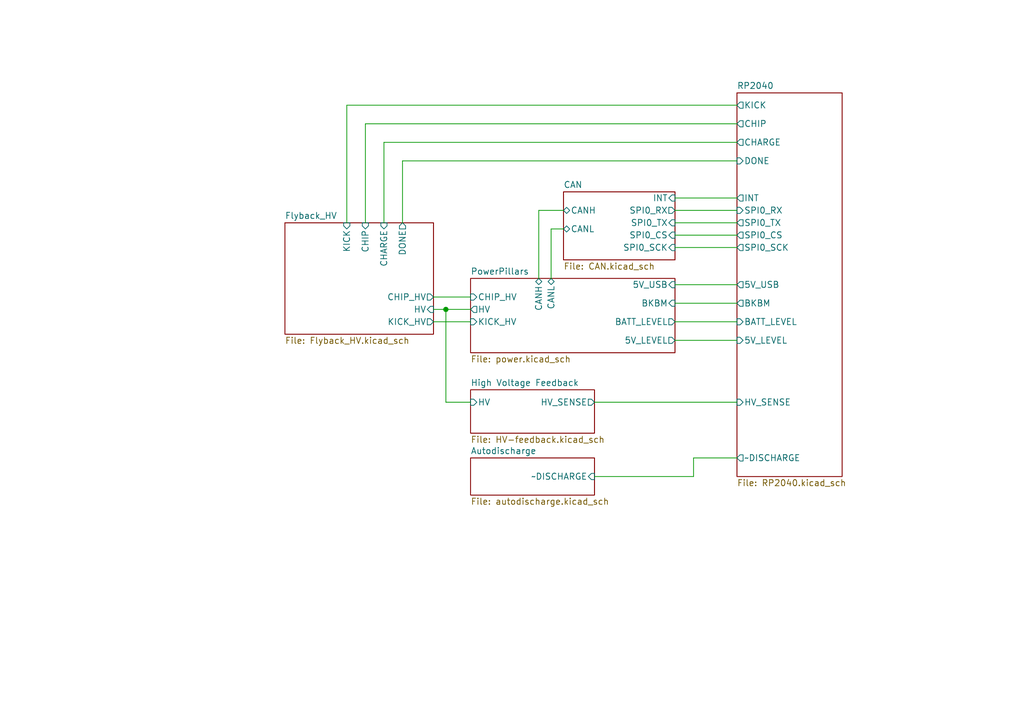
<source format=kicad_sch>
(kicad_sch
	(version 20250114)
	(generator "eeschema")
	(generator_version "9.0")
	(uuid "1a9ce3e8-a091-496c-9c5f-e7b2eb60e275")
	(paper "A5")
	(lib_symbols)
	(junction
		(at 91.44 63.5)
		(diameter 0)
		(color 0 0 0 0)
		(uuid "f09e4d7c-a99f-455c-94ef-fa03abbe67db")
	)
	(wire
		(pts
			(xy 138.43 40.64) (xy 151.13 40.64)
		)
		(stroke
			(width 0)
			(type default)
		)
		(uuid "026a5d5b-083b-46d8-ada8-e90ed7db5779")
	)
	(wire
		(pts
			(xy 151.13 25.4) (xy 74.93 25.4)
		)
		(stroke
			(width 0)
			(type default)
		)
		(uuid "27ec5bec-65d4-4062-8769-81b704633970")
	)
	(wire
		(pts
			(xy 88.9 63.5) (xy 91.44 63.5)
		)
		(stroke
			(width 0)
			(type default)
		)
		(uuid "290e7dcb-4596-4fdb-9bcb-764734e60ab2")
	)
	(wire
		(pts
			(xy 142.24 93.98) (xy 151.13 93.98)
		)
		(stroke
			(width 0)
			(type default)
		)
		(uuid "45317359-0563-4a63-9fd8-425797b636e2")
	)
	(wire
		(pts
			(xy 138.43 66.04) (xy 151.13 66.04)
		)
		(stroke
			(width 0)
			(type default)
		)
		(uuid "54db6831-5d0e-4ce7-b134-3072e8ac094b")
	)
	(wire
		(pts
			(xy 138.43 50.8) (xy 151.13 50.8)
		)
		(stroke
			(width 0)
			(type default)
		)
		(uuid "6879ad0e-c068-4e66-b20e-73d92815bcdb")
	)
	(wire
		(pts
			(xy 115.57 46.99) (xy 113.03 46.99)
		)
		(stroke
			(width 0)
			(type default)
		)
		(uuid "6db4662f-1129-4d80-9063-0e1cebb6d421")
	)
	(wire
		(pts
			(xy 138.43 58.42) (xy 151.13 58.42)
		)
		(stroke
			(width 0)
			(type default)
		)
		(uuid "6f913fff-18da-4f15-a125-84ff0ada0007")
	)
	(wire
		(pts
			(xy 138.43 48.26) (xy 151.13 48.26)
		)
		(stroke
			(width 0)
			(type default)
		)
		(uuid "718d5a46-5448-47f5-8e5b-4fb36b504793")
	)
	(wire
		(pts
			(xy 110.49 43.18) (xy 110.49 57.15)
		)
		(stroke
			(width 0)
			(type default)
		)
		(uuid "7ad707a3-3f72-4c27-bb36-0c6d7037e3e4")
	)
	(wire
		(pts
			(xy 138.43 43.18) (xy 151.13 43.18)
		)
		(stroke
			(width 0)
			(type default)
		)
		(uuid "7bdea8e1-9c5c-4160-8dbc-66ccc0b3dfa9")
	)
	(wire
		(pts
			(xy 78.74 29.21) (xy 151.13 29.21)
		)
		(stroke
			(width 0)
			(type default)
		)
		(uuid "7cc66372-f8ad-445e-8781-c6bb80128f75")
	)
	(wire
		(pts
			(xy 138.43 69.85) (xy 151.13 69.85)
		)
		(stroke
			(width 0)
			(type default)
		)
		(uuid "8129f53b-fde7-40d2-9181-e111814b6850")
	)
	(wire
		(pts
			(xy 142.24 97.79) (xy 142.24 93.98)
		)
		(stroke
			(width 0)
			(type default)
		)
		(uuid "86f45da5-efde-4dcc-b4b4-bdc7ef6ec5b1")
	)
	(wire
		(pts
			(xy 115.57 43.18) (xy 110.49 43.18)
		)
		(stroke
			(width 0)
			(type default)
		)
		(uuid "8e2620aa-cadc-4304-a684-771e63bb7a62")
	)
	(wire
		(pts
			(xy 78.74 45.72) (xy 78.74 29.21)
		)
		(stroke
			(width 0)
			(type default)
		)
		(uuid "916a733c-6622-4612-a5bf-40797533c56a")
	)
	(wire
		(pts
			(xy 151.13 33.02) (xy 82.55 33.02)
		)
		(stroke
			(width 0)
			(type default)
		)
		(uuid "91e0b248-8645-4ad4-9174-0a5702ca29f3")
	)
	(wire
		(pts
			(xy 113.03 46.99) (xy 113.03 57.15)
		)
		(stroke
			(width 0)
			(type default)
		)
		(uuid "94e81716-867e-46fe-8ee0-6a97ac2f1a36")
	)
	(wire
		(pts
			(xy 138.43 62.23) (xy 151.13 62.23)
		)
		(stroke
			(width 0)
			(type default)
		)
		(uuid "95924a3e-8fc6-4693-838d-9e8077d3a902")
	)
	(wire
		(pts
			(xy 91.44 82.55) (xy 91.44 63.5)
		)
		(stroke
			(width 0)
			(type default)
		)
		(uuid "963143dc-2b2d-4d45-b7d9-c60dabd10931")
	)
	(wire
		(pts
			(xy 151.13 21.59) (xy 71.12 21.59)
		)
		(stroke
			(width 0)
			(type default)
		)
		(uuid "a0bdc8ae-84b5-4fd3-992b-a7c3caabf6c1")
	)
	(wire
		(pts
			(xy 138.43 45.72) (xy 151.13 45.72)
		)
		(stroke
			(width 0)
			(type default)
		)
		(uuid "aac7e58e-ac86-4017-a69b-f02cde63ffe9")
	)
	(wire
		(pts
			(xy 88.9 60.96) (xy 96.52 60.96)
		)
		(stroke
			(width 0)
			(type default)
		)
		(uuid "ae7d40e1-7c9b-4a14-be40-49c81c3052d7")
	)
	(wire
		(pts
			(xy 88.9 66.04) (xy 96.52 66.04)
		)
		(stroke
			(width 0)
			(type default)
		)
		(uuid "b50cc0d3-42f0-49a0-8fca-bab3ad045d79")
	)
	(wire
		(pts
			(xy 121.92 97.79) (xy 142.24 97.79)
		)
		(stroke
			(width 0)
			(type default)
		)
		(uuid "bb0e69ec-4e98-413c-bf6a-186b5de249f0")
	)
	(wire
		(pts
			(xy 82.55 33.02) (xy 82.55 45.72)
		)
		(stroke
			(width 0)
			(type default)
		)
		(uuid "ccaf7735-3ccc-4557-b6fd-541d28571a4c")
	)
	(wire
		(pts
			(xy 96.52 82.55) (xy 91.44 82.55)
		)
		(stroke
			(width 0)
			(type default)
		)
		(uuid "d873ac57-55bf-4a5e-a363-4f3ebc739a81")
	)
	(wire
		(pts
			(xy 71.12 21.59) (xy 71.12 45.72)
		)
		(stroke
			(width 0)
			(type default)
		)
		(uuid "df3f1154-bef5-4699-bcf4-fbd1873e1817")
	)
	(wire
		(pts
			(xy 74.93 25.4) (xy 74.93 45.72)
		)
		(stroke
			(width 0)
			(type default)
		)
		(uuid "e7f3169e-1c6e-4947-9c3d-121e532e37fa")
	)
	(wire
		(pts
			(xy 91.44 63.5) (xy 96.52 63.5)
		)
		(stroke
			(width 0)
			(type default)
		)
		(uuid "e909181a-0aad-4c07-a94d-32d82e13c2b6")
	)
	(wire
		(pts
			(xy 121.92 82.55) (xy 151.13 82.55)
		)
		(stroke
			(width 0)
			(type default)
		)
		(uuid "f9a77994-9eb0-459c-be3f-3ac1c121ec16")
	)
	(sheet
		(at 115.57 39.37)
		(size 22.86 13.97)
		(exclude_from_sim no)
		(in_bom yes)
		(on_board yes)
		(dnp no)
		(fields_autoplaced yes)
		(stroke
			(width 0.1524)
			(type solid)
		)
		(fill
			(color 0 0 0 0.0000)
		)
		(uuid "1021984a-8e05-406d-9dd0-ca39eed7d7ab")
		(property "Sheetname" "CAN"
			(at 115.57 38.6584 0)
			(effects
				(font
					(size 1.27 1.27)
				)
				(justify left bottom)
			)
		)
		(property "Sheetfile" "CAN.kicad_sch"
			(at 115.57 53.9246 0)
			(effects
				(font
					(size 1.27 1.27)
				)
				(justify left top)
			)
		)
		(pin "INT" input
			(at 138.43 40.64 0)
			(uuid "d59c4bca-e86f-41ce-8970-61fa57e0e45f")
			(effects
				(font
					(size 1.27 1.27)
				)
				(justify right)
			)
		)
		(pin "SPI0_TX" input
			(at 138.43 45.72 0)
			(uuid "0b18c664-49c7-4f30-807f-5abc86a4340e")
			(effects
				(font
					(size 1.27 1.27)
				)
				(justify right)
			)
		)
		(pin "SPI0_SCK" input
			(at 138.43 50.8 0)
			(uuid "68495897-8193-4989-81bd-416b8315cfda")
			(effects
				(font
					(size 1.27 1.27)
				)
				(justify right)
			)
		)
		(pin "SPI0_RX" output
			(at 138.43 43.18 0)
			(uuid "cad31757-01e0-41ed-9962-1fab96f5b09f")
			(effects
				(font
					(size 1.27 1.27)
				)
				(justify right)
			)
		)
		(pin "SPI0_CS" input
			(at 138.43 48.26 0)
			(uuid "9431a669-277d-45f2-8838-956d36088a73")
			(effects
				(font
					(size 1.27 1.27)
				)
				(justify right)
			)
		)
		(pin "CANH" bidirectional
			(at 115.57 43.18 180)
			(uuid "6a758d82-80a2-40f9-9d26-9bf8347301cb")
			(effects
				(font
					(size 1.27 1.27)
				)
				(justify left)
			)
		)
		(pin "CANL" bidirectional
			(at 115.57 46.99 180)
			(uuid "690cb958-0726-4090-9830-a4cf1d7c01b4")
			(effects
				(font
					(size 1.27 1.27)
				)
				(justify left)
			)
		)
		(instances
			(project "chicker"
				(path "/1a9ce3e8-a091-496c-9c5f-e7b2eb60e275"
					(page "3")
				)
			)
		)
	)
	(sheet
		(at 96.52 57.15)
		(size 41.91 15.24)
		(exclude_from_sim no)
		(in_bom yes)
		(on_board yes)
		(dnp no)
		(fields_autoplaced yes)
		(stroke
			(width 0.1524)
			(type solid)
		)
		(fill
			(color 0 0 0 0.0000)
		)
		(uuid "13b16574-f046-4bb6-b573-f06681d59f31")
		(property "Sheetname" "PowerPillars"
			(at 96.52 56.4384 0)
			(effects
				(font
					(size 1.27 1.27)
				)
				(justify left bottom)
			)
		)
		(property "Sheetfile" "power.kicad_sch"
			(at 96.52 72.9746 0)
			(effects
				(font
					(size 1.27 1.27)
				)
				(justify left top)
			)
		)
		(pin "KICK_HV" input
			(at 96.52 66.04 180)
			(uuid "f3956049-dadd-42b3-84cc-22fba1d85403")
			(effects
				(font
					(size 1.27 1.27)
				)
				(justify left)
			)
		)
		(pin "BKBM" input
			(at 138.43 62.23 0)
			(uuid "bb80f30f-4507-4cc5-b63c-08fb0658c34a")
			(effects
				(font
					(size 1.27 1.27)
				)
				(justify right)
			)
		)
		(pin "HV" output
			(at 96.52 63.5 180)
			(uuid "6e6cdaf4-910c-4153-b683-b2cb37555c3d")
			(effects
				(font
					(size 1.27 1.27)
				)
				(justify left)
			)
		)
		(pin "CHIP_HV" input
			(at 96.52 60.96 180)
			(uuid "dba2fe42-15d2-40a7-bd98-72159c4aee13")
			(effects
				(font
					(size 1.27 1.27)
				)
				(justify left)
			)
		)
		(pin "5V_USB" input
			(at 138.43 58.42 0)
			(uuid "c7c3a9f3-5e43-468c-9d5e-c50cbf0846b4")
			(effects
				(font
					(size 1.27 1.27)
				)
				(justify right)
			)
		)
		(pin "BATT_LEVEL" output
			(at 138.43 66.04 0)
			(uuid "4125f47e-5504-4c79-b7ab-553573d43dba")
			(effects
				(font
					(size 1.27 1.27)
				)
				(justify right)
			)
		)
		(pin "5V_LEVEL" output
			(at 138.43 69.85 0)
			(uuid "e71cb9cf-fa70-4ed5-982a-6b0d9edf3245")
			(effects
				(font
					(size 1.27 1.27)
				)
				(justify right)
			)
		)
		(pin "CANH" bidirectional
			(at 110.49 57.15 90)
			(uuid "f8d4addc-f9ad-4f1a-a1d9-56a6db58da89")
			(effects
				(font
					(size 1.27 1.27)
				)
				(justify right)
			)
		)
		(pin "CANL" bidirectional
			(at 113.03 57.15 90)
			(uuid "7eac3dd5-b247-4f02-9ba6-3e529bba5fc1")
			(effects
				(font
					(size 1.27 1.27)
				)
				(justify right)
			)
		)
		(instances
			(project "chicker"
				(path "/1a9ce3e8-a091-496c-9c5f-e7b2eb60e275"
					(page "2")
				)
			)
		)
	)
	(sheet
		(at 96.52 93.98)
		(size 25.4 7.62)
		(exclude_from_sim no)
		(in_bom yes)
		(on_board yes)
		(dnp no)
		(fields_autoplaced yes)
		(stroke
			(width 0.1524)
			(type solid)
		)
		(fill
			(color 0 0 0 0.0000)
		)
		(uuid "1531c264-7376-4c89-a68c-bc487f80831c")
		(property "Sheetname" "Autodischarge"
			(at 96.52 93.2684 0)
			(effects
				(font
					(size 1.27 1.27)
				)
				(justify left bottom)
			)
		)
		(property "Sheetfile" "autodischarge.kicad_sch"
			(at 96.52 102.1846 0)
			(effects
				(font
					(size 1.27 1.27)
				)
				(justify left top)
			)
		)
		(pin "~DISCHARGE" input
			(at 121.92 97.79 0)
			(uuid "e8d87526-e6fc-4eb9-a365-831549417f4a")
			(effects
				(font
					(size 1.27 1.27)
				)
				(justify right)
			)
		)
		(instances
			(project "chicker"
				(path "/1a9ce3e8-a091-496c-9c5f-e7b2eb60e275"
					(page "7")
				)
			)
		)
	)
	(sheet
		(at 151.13 19.05)
		(size 21.59 78.74)
		(exclude_from_sim no)
		(in_bom yes)
		(on_board yes)
		(dnp no)
		(fields_autoplaced yes)
		(stroke
			(width 0.1524)
			(type solid)
		)
		(fill
			(color 0 0 0 0.0000)
		)
		(uuid "44109b35-87db-4b37-b749-86ba1243ffef")
		(property "Sheetname" "RP2040"
			(at 151.13 18.3384 0)
			(effects
				(font
					(size 1.27 1.27)
				)
				(justify left bottom)
			)
		)
		(property "Sheetfile" "RP2040.kicad_sch"
			(at 151.13 98.3746 0)
			(effects
				(font
					(size 1.27 1.27)
				)
				(justify left top)
			)
		)
		(pin "5V_USB" output
			(at 151.13 58.42 180)
			(uuid "e2b90dc2-28f9-42cc-8933-71ae03826056")
			(effects
				(font
					(size 1.27 1.27)
				)
				(justify left)
			)
		)
		(pin "DONE" input
			(at 151.13 33.02 180)
			(uuid "076c3ef5-09e9-4a09-ba27-5b96e41b806a")
			(effects
				(font
					(size 1.27 1.27)
				)
				(justify left)
			)
		)
		(pin "CHIP" output
			(at 151.13 25.4 180)
			(uuid "ce1ac798-d2f6-48ba-ab52-d8f2ed56f6dd")
			(effects
				(font
					(size 1.27 1.27)
				)
				(justify left)
			)
		)
		(pin "KICK" output
			(at 151.13 21.59 180)
			(uuid "968b6ce5-e735-44df-be41-e310043b08d3")
			(effects
				(font
					(size 1.27 1.27)
				)
				(justify left)
			)
		)
		(pin "CHARGE" output
			(at 151.13 29.21 180)
			(uuid "d2d2f0ea-4668-42a5-aaf7-8b780f4fab77")
			(effects
				(font
					(size 1.27 1.27)
				)
				(justify left)
			)
		)
		(pin "BATT_LEVEL" input
			(at 151.13 66.04 180)
			(uuid "7f977229-eded-489f-b51b-bdbd68591742")
			(effects
				(font
					(size 1.27 1.27)
				)
				(justify left)
			)
		)
		(pin "BKBM" output
			(at 151.13 62.23 180)
			(uuid "d66c6497-f81e-431e-b215-95e1f3ffb7c5")
			(effects
				(font
					(size 1.27 1.27)
				)
				(justify left)
			)
		)
		(pin "~DISCHARGE" output
			(at 151.13 93.98 180)
			(uuid "8ef375a2-38be-4fed-9864-f06c68af8a33")
			(effects
				(font
					(size 1.27 1.27)
				)
				(justify left)
			)
		)
		(pin "HV_SENSE" input
			(at 151.13 82.55 180)
			(uuid "21af3ed9-98ad-42b6-acc0-2e2b093ab879")
			(effects
				(font
					(size 1.27 1.27)
				)
				(justify left)
			)
		)
		(pin "5V_LEVEL" input
			(at 151.13 69.85 180)
			(uuid "57377c9b-a6ce-4326-9a4b-25d5f9a1e251")
			(effects
				(font
					(size 1.27 1.27)
				)
				(justify left)
			)
		)
		(pin "SPI0_RX" input
			(at 151.13 43.18 180)
			(uuid "b865ac1b-5692-4ecb-a0ac-6c4819bbb097")
			(effects
				(font
					(size 1.27 1.27)
				)
				(justify left)
			)
		)
		(pin "SPI0_CS" output
			(at 151.13 48.26 180)
			(uuid "afba5f89-611c-468e-89f0-90741b77e7c1")
			(effects
				(font
					(size 1.27 1.27)
				)
				(justify left)
			)
		)
		(pin "SPI0_TX" output
			(at 151.13 45.72 180)
			(uuid "d13bc8be-3dff-45b5-bff3-9fd7be216e7a")
			(effects
				(font
					(size 1.27 1.27)
				)
				(justify left)
			)
		)
		(pin "SPI0_SCK" output
			(at 151.13 50.8 180)
			(uuid "34bff9ae-57eb-42a8-bb2e-dee22aef07ab")
			(effects
				(font
					(size 1.27 1.27)
				)
				(justify left)
			)
		)
		(pin "INT" output
			(at 151.13 40.64 180)
			(uuid "c727b12c-a406-4d0f-bb5b-9453b6459471")
			(effects
				(font
					(size 1.27 1.27)
				)
				(justify left)
			)
		)
		(instances
			(project "chicker"
				(path "/1a9ce3e8-a091-496c-9c5f-e7b2eb60e275"
					(page "4")
				)
			)
		)
	)
	(sheet
		(at 58.42 45.72)
		(size 30.48 22.86)
		(exclude_from_sim no)
		(in_bom yes)
		(on_board yes)
		(dnp no)
		(fields_autoplaced yes)
		(stroke
			(width 0.1524)
			(type solid)
		)
		(fill
			(color 0 0 0 0.0000)
		)
		(uuid "aa68550e-c35d-4fef-b4e5-f1eb6225215f")
		(property "Sheetname" "Flyback_HV"
			(at 58.42 45.0084 0)
			(effects
				(font
					(size 1.27 1.27)
				)
				(justify left bottom)
			)
		)
		(property "Sheetfile" "Flyback_HV.kicad_sch"
			(at 58.42 69.1646 0)
			(effects
				(font
					(size 1.27 1.27)
				)
				(justify left top)
			)
		)
		(pin "CHIP" input
			(at 74.93 45.72 90)
			(uuid "0fb3f6d2-04bc-4b34-93a0-4d944d8a8bf5")
			(effects
				(font
					(size 1.27 1.27)
				)
				(justify right)
			)
		)
		(pin "KICK" input
			(at 71.12 45.72 90)
			(uuid "a2218926-94cd-4c4f-9573-12156d91d368")
			(effects
				(font
					(size 1.27 1.27)
				)
				(justify right)
			)
		)
		(pin "CHARGE" input
			(at 78.74 45.72 90)
			(uuid "ddbc0c47-e992-419d-96c6-b11485781072")
			(effects
				(font
					(size 1.27 1.27)
				)
				(justify right)
			)
		)
		(pin "DONE" output
			(at 82.55 45.72 90)
			(uuid "8ccc5842-8177-416d-ad00-71ee05f7d5b3")
			(effects
				(font
					(size 1.27 1.27)
				)
				(justify right)
			)
		)
		(pin "HV" input
			(at 88.9 63.5 0)
			(uuid "1aa3ddc4-93a5-48c4-984b-17b751047415")
			(effects
				(font
					(size 1.27 1.27)
				)
				(justify right)
			)
		)
		(pin "KICK_HV" output
			(at 88.9 66.04 0)
			(uuid "d911083d-d776-4532-8cee-528980697314")
			(effects
				(font
					(size 1.27 1.27)
				)
				(justify right)
			)
		)
		(pin "CHIP_HV" output
			(at 88.9 60.96 0)
			(uuid "a42b1878-47bd-4f99-947e-776da6271c72")
			(effects
				(font
					(size 1.27 1.27)
				)
				(justify right)
			)
		)
		(instances
			(project "chicker"
				(path "/1a9ce3e8-a091-496c-9c5f-e7b2eb60e275"
					(page "5")
				)
			)
		)
	)
	(sheet
		(at 96.52 80.01)
		(size 25.4 8.89)
		(exclude_from_sim no)
		(in_bom yes)
		(on_board yes)
		(dnp no)
		(fields_autoplaced yes)
		(stroke
			(width 0.1524)
			(type solid)
		)
		(fill
			(color 0 0 0 0.0000)
		)
		(uuid "ec2690de-9d43-42f0-9a1d-89d3edcde356")
		(property "Sheetname" "High Voltage Feedback"
			(at 96.52 79.2984 0)
			(effects
				(font
					(size 1.27 1.27)
				)
				(justify left bottom)
			)
		)
		(property "Sheetfile" "HV-feedback.kicad_sch"
			(at 96.52 89.4846 0)
			(effects
				(font
					(size 1.27 1.27)
				)
				(justify left top)
			)
		)
		(pin "HV_SENSE" output
			(at 121.92 82.55 0)
			(uuid "0118d7e9-efb6-4a7e-b9ae-313ccbae411c")
			(effects
				(font
					(size 1.27 1.27)
				)
				(justify right)
			)
		)
		(pin "HV" input
			(at 96.52 82.55 180)
			(uuid "3341f8e8-c427-45ba-bed2-1ce968e39555")
			(effects
				(font
					(size 1.27 1.27)
				)
				(justify left)
			)
		)
		(instances
			(project "chicker"
				(path "/1a9ce3e8-a091-496c-9c5f-e7b2eb60e275"
					(page "6")
				)
			)
		)
	)
	(sheet_instances
		(path "/"
			(page "1")
		)
	)
	(embedded_fonts no)
)

</source>
